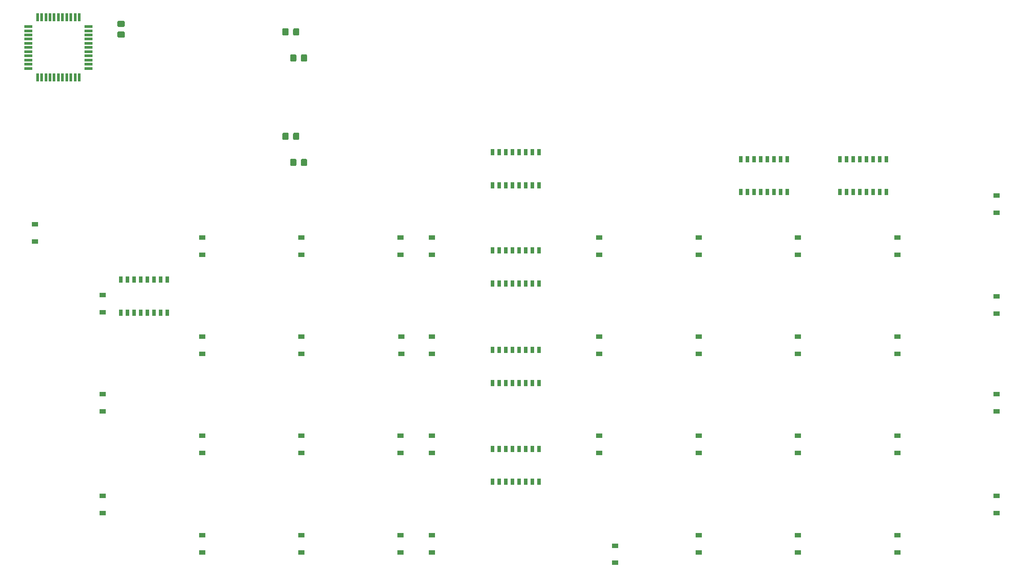
<source format=gbp>
G04 #@! TF.GenerationSoftware,KiCad,Pcbnew,(5.0.0)*
G04 #@! TF.CreationDate,2018-11-03T08:25:57+09:00*
G04 #@! TF.ProjectId,techinup_if,74656368696E75705F69662E6B696361,rev?*
G04 #@! TF.SameCoordinates,Original*
G04 #@! TF.FileFunction,Paste,Bot*
G04 #@! TF.FilePolarity,Positive*
%FSLAX46Y46*%
G04 Gerber Fmt 4.6, Leading zero omitted, Abs format (unit mm)*
G04 Created by KiCad (PCBNEW (5.0.0)) date 11/03/18 08:25:57*
%MOMM*%
%LPD*%
G01*
G04 APERTURE LIST*
%ADD10C,0.100000*%
%ADD11C,1.150000*%
%ADD12R,1.200000X0.900000*%
%ADD13R,0.600000X1.500000*%
%ADD14R,1.500000X0.600000*%
%ADD15R,0.800000X1.300000*%
G04 APERTURE END LIST*
D10*
G04 #@! TO.C,C8*
G36*
X84349505Y-71301204D02*
X84373773Y-71304804D01*
X84397572Y-71310765D01*
X84420671Y-71319030D01*
X84442850Y-71329520D01*
X84463893Y-71342132D01*
X84483599Y-71356747D01*
X84501777Y-71373223D01*
X84518253Y-71391401D01*
X84532868Y-71411107D01*
X84545480Y-71432150D01*
X84555970Y-71454329D01*
X84564235Y-71477428D01*
X84570196Y-71501227D01*
X84573796Y-71525495D01*
X84575000Y-71549999D01*
X84575000Y-72450001D01*
X84573796Y-72474505D01*
X84570196Y-72498773D01*
X84564235Y-72522572D01*
X84555970Y-72545671D01*
X84545480Y-72567850D01*
X84532868Y-72588893D01*
X84518253Y-72608599D01*
X84501777Y-72626777D01*
X84483599Y-72643253D01*
X84463893Y-72657868D01*
X84442850Y-72670480D01*
X84420671Y-72680970D01*
X84397572Y-72689235D01*
X84373773Y-72695196D01*
X84349505Y-72698796D01*
X84325001Y-72700000D01*
X83674999Y-72700000D01*
X83650495Y-72698796D01*
X83626227Y-72695196D01*
X83602428Y-72689235D01*
X83579329Y-72680970D01*
X83557150Y-72670480D01*
X83536107Y-72657868D01*
X83516401Y-72643253D01*
X83498223Y-72626777D01*
X83481747Y-72608599D01*
X83467132Y-72588893D01*
X83454520Y-72567850D01*
X83444030Y-72545671D01*
X83435765Y-72522572D01*
X83429804Y-72498773D01*
X83426204Y-72474505D01*
X83425000Y-72450001D01*
X83425000Y-71549999D01*
X83426204Y-71525495D01*
X83429804Y-71501227D01*
X83435765Y-71477428D01*
X83444030Y-71454329D01*
X83454520Y-71432150D01*
X83467132Y-71411107D01*
X83481747Y-71391401D01*
X83498223Y-71373223D01*
X83516401Y-71356747D01*
X83536107Y-71342132D01*
X83557150Y-71329520D01*
X83579329Y-71319030D01*
X83602428Y-71310765D01*
X83626227Y-71304804D01*
X83650495Y-71301204D01*
X83674999Y-71300000D01*
X84325001Y-71300000D01*
X84349505Y-71301204D01*
X84349505Y-71301204D01*
G37*
D11*
X84000000Y-72000000D03*
D10*
G36*
X82299505Y-71301204D02*
X82323773Y-71304804D01*
X82347572Y-71310765D01*
X82370671Y-71319030D01*
X82392850Y-71329520D01*
X82413893Y-71342132D01*
X82433599Y-71356747D01*
X82451777Y-71373223D01*
X82468253Y-71391401D01*
X82482868Y-71411107D01*
X82495480Y-71432150D01*
X82505970Y-71454329D01*
X82514235Y-71477428D01*
X82520196Y-71501227D01*
X82523796Y-71525495D01*
X82525000Y-71549999D01*
X82525000Y-72450001D01*
X82523796Y-72474505D01*
X82520196Y-72498773D01*
X82514235Y-72522572D01*
X82505970Y-72545671D01*
X82495480Y-72567850D01*
X82482868Y-72588893D01*
X82468253Y-72608599D01*
X82451777Y-72626777D01*
X82433599Y-72643253D01*
X82413893Y-72657868D01*
X82392850Y-72670480D01*
X82370671Y-72680970D01*
X82347572Y-72689235D01*
X82323773Y-72695196D01*
X82299505Y-72698796D01*
X82275001Y-72700000D01*
X81624999Y-72700000D01*
X81600495Y-72698796D01*
X81576227Y-72695196D01*
X81552428Y-72689235D01*
X81529329Y-72680970D01*
X81507150Y-72670480D01*
X81486107Y-72657868D01*
X81466401Y-72643253D01*
X81448223Y-72626777D01*
X81431747Y-72608599D01*
X81417132Y-72588893D01*
X81404520Y-72567850D01*
X81394030Y-72545671D01*
X81385765Y-72522572D01*
X81379804Y-72498773D01*
X81376204Y-72474505D01*
X81375000Y-72450001D01*
X81375000Y-71549999D01*
X81376204Y-71525495D01*
X81379804Y-71501227D01*
X81385765Y-71477428D01*
X81394030Y-71454329D01*
X81404520Y-71432150D01*
X81417132Y-71411107D01*
X81431747Y-71391401D01*
X81448223Y-71373223D01*
X81466401Y-71356747D01*
X81486107Y-71342132D01*
X81507150Y-71329520D01*
X81529329Y-71319030D01*
X81552428Y-71310765D01*
X81576227Y-71304804D01*
X81600495Y-71301204D01*
X81624999Y-71300000D01*
X82275001Y-71300000D01*
X82299505Y-71301204D01*
X82299505Y-71301204D01*
G37*
D11*
X81950000Y-72000000D03*
G04 #@! TD*
D10*
G04 #@! TO.C,C9*
G36*
X85849505Y-76301204D02*
X85873773Y-76304804D01*
X85897572Y-76310765D01*
X85920671Y-76319030D01*
X85942850Y-76329520D01*
X85963893Y-76342132D01*
X85983599Y-76356747D01*
X86001777Y-76373223D01*
X86018253Y-76391401D01*
X86032868Y-76411107D01*
X86045480Y-76432150D01*
X86055970Y-76454329D01*
X86064235Y-76477428D01*
X86070196Y-76501227D01*
X86073796Y-76525495D01*
X86075000Y-76549999D01*
X86075000Y-77450001D01*
X86073796Y-77474505D01*
X86070196Y-77498773D01*
X86064235Y-77522572D01*
X86055970Y-77545671D01*
X86045480Y-77567850D01*
X86032868Y-77588893D01*
X86018253Y-77608599D01*
X86001777Y-77626777D01*
X85983599Y-77643253D01*
X85963893Y-77657868D01*
X85942850Y-77670480D01*
X85920671Y-77680970D01*
X85897572Y-77689235D01*
X85873773Y-77695196D01*
X85849505Y-77698796D01*
X85825001Y-77700000D01*
X85174999Y-77700000D01*
X85150495Y-77698796D01*
X85126227Y-77695196D01*
X85102428Y-77689235D01*
X85079329Y-77680970D01*
X85057150Y-77670480D01*
X85036107Y-77657868D01*
X85016401Y-77643253D01*
X84998223Y-77626777D01*
X84981747Y-77608599D01*
X84967132Y-77588893D01*
X84954520Y-77567850D01*
X84944030Y-77545671D01*
X84935765Y-77522572D01*
X84929804Y-77498773D01*
X84926204Y-77474505D01*
X84925000Y-77450001D01*
X84925000Y-76549999D01*
X84926204Y-76525495D01*
X84929804Y-76501227D01*
X84935765Y-76477428D01*
X84944030Y-76454329D01*
X84954520Y-76432150D01*
X84967132Y-76411107D01*
X84981747Y-76391401D01*
X84998223Y-76373223D01*
X85016401Y-76356747D01*
X85036107Y-76342132D01*
X85057150Y-76329520D01*
X85079329Y-76319030D01*
X85102428Y-76310765D01*
X85126227Y-76304804D01*
X85150495Y-76301204D01*
X85174999Y-76300000D01*
X85825001Y-76300000D01*
X85849505Y-76301204D01*
X85849505Y-76301204D01*
G37*
D11*
X85500000Y-77000000D03*
D10*
G36*
X83799505Y-76301204D02*
X83823773Y-76304804D01*
X83847572Y-76310765D01*
X83870671Y-76319030D01*
X83892850Y-76329520D01*
X83913893Y-76342132D01*
X83933599Y-76356747D01*
X83951777Y-76373223D01*
X83968253Y-76391401D01*
X83982868Y-76411107D01*
X83995480Y-76432150D01*
X84005970Y-76454329D01*
X84014235Y-76477428D01*
X84020196Y-76501227D01*
X84023796Y-76525495D01*
X84025000Y-76549999D01*
X84025000Y-77450001D01*
X84023796Y-77474505D01*
X84020196Y-77498773D01*
X84014235Y-77522572D01*
X84005970Y-77545671D01*
X83995480Y-77567850D01*
X83982868Y-77588893D01*
X83968253Y-77608599D01*
X83951777Y-77626777D01*
X83933599Y-77643253D01*
X83913893Y-77657868D01*
X83892850Y-77670480D01*
X83870671Y-77680970D01*
X83847572Y-77689235D01*
X83823773Y-77695196D01*
X83799505Y-77698796D01*
X83775001Y-77700000D01*
X83124999Y-77700000D01*
X83100495Y-77698796D01*
X83076227Y-77695196D01*
X83052428Y-77689235D01*
X83029329Y-77680970D01*
X83007150Y-77670480D01*
X82986107Y-77657868D01*
X82966401Y-77643253D01*
X82948223Y-77626777D01*
X82931747Y-77608599D01*
X82917132Y-77588893D01*
X82904520Y-77567850D01*
X82894030Y-77545671D01*
X82885765Y-77522572D01*
X82879804Y-77498773D01*
X82876204Y-77474505D01*
X82875000Y-77450001D01*
X82875000Y-76549999D01*
X82876204Y-76525495D01*
X82879804Y-76501227D01*
X82885765Y-76477428D01*
X82894030Y-76454329D01*
X82904520Y-76432150D01*
X82917132Y-76411107D01*
X82931747Y-76391401D01*
X82948223Y-76373223D01*
X82966401Y-76356747D01*
X82986107Y-76342132D01*
X83007150Y-76329520D01*
X83029329Y-76319030D01*
X83052428Y-76310765D01*
X83076227Y-76304804D01*
X83100495Y-76301204D01*
X83124999Y-76300000D01*
X83775001Y-76300000D01*
X83799505Y-76301204D01*
X83799505Y-76301204D01*
G37*
D11*
X83450000Y-77000000D03*
G04 #@! TD*
D10*
G04 #@! TO.C,C10*
G36*
X84349505Y-91301204D02*
X84373773Y-91304804D01*
X84397572Y-91310765D01*
X84420671Y-91319030D01*
X84442850Y-91329520D01*
X84463893Y-91342132D01*
X84483599Y-91356747D01*
X84501777Y-91373223D01*
X84518253Y-91391401D01*
X84532868Y-91411107D01*
X84545480Y-91432150D01*
X84555970Y-91454329D01*
X84564235Y-91477428D01*
X84570196Y-91501227D01*
X84573796Y-91525495D01*
X84575000Y-91549999D01*
X84575000Y-92450001D01*
X84573796Y-92474505D01*
X84570196Y-92498773D01*
X84564235Y-92522572D01*
X84555970Y-92545671D01*
X84545480Y-92567850D01*
X84532868Y-92588893D01*
X84518253Y-92608599D01*
X84501777Y-92626777D01*
X84483599Y-92643253D01*
X84463893Y-92657868D01*
X84442850Y-92670480D01*
X84420671Y-92680970D01*
X84397572Y-92689235D01*
X84373773Y-92695196D01*
X84349505Y-92698796D01*
X84325001Y-92700000D01*
X83674999Y-92700000D01*
X83650495Y-92698796D01*
X83626227Y-92695196D01*
X83602428Y-92689235D01*
X83579329Y-92680970D01*
X83557150Y-92670480D01*
X83536107Y-92657868D01*
X83516401Y-92643253D01*
X83498223Y-92626777D01*
X83481747Y-92608599D01*
X83467132Y-92588893D01*
X83454520Y-92567850D01*
X83444030Y-92545671D01*
X83435765Y-92522572D01*
X83429804Y-92498773D01*
X83426204Y-92474505D01*
X83425000Y-92450001D01*
X83425000Y-91549999D01*
X83426204Y-91525495D01*
X83429804Y-91501227D01*
X83435765Y-91477428D01*
X83444030Y-91454329D01*
X83454520Y-91432150D01*
X83467132Y-91411107D01*
X83481747Y-91391401D01*
X83498223Y-91373223D01*
X83516401Y-91356747D01*
X83536107Y-91342132D01*
X83557150Y-91329520D01*
X83579329Y-91319030D01*
X83602428Y-91310765D01*
X83626227Y-91304804D01*
X83650495Y-91301204D01*
X83674999Y-91300000D01*
X84325001Y-91300000D01*
X84349505Y-91301204D01*
X84349505Y-91301204D01*
G37*
D11*
X84000000Y-92000000D03*
D10*
G36*
X82299505Y-91301204D02*
X82323773Y-91304804D01*
X82347572Y-91310765D01*
X82370671Y-91319030D01*
X82392850Y-91329520D01*
X82413893Y-91342132D01*
X82433599Y-91356747D01*
X82451777Y-91373223D01*
X82468253Y-91391401D01*
X82482868Y-91411107D01*
X82495480Y-91432150D01*
X82505970Y-91454329D01*
X82514235Y-91477428D01*
X82520196Y-91501227D01*
X82523796Y-91525495D01*
X82525000Y-91549999D01*
X82525000Y-92450001D01*
X82523796Y-92474505D01*
X82520196Y-92498773D01*
X82514235Y-92522572D01*
X82505970Y-92545671D01*
X82495480Y-92567850D01*
X82482868Y-92588893D01*
X82468253Y-92608599D01*
X82451777Y-92626777D01*
X82433599Y-92643253D01*
X82413893Y-92657868D01*
X82392850Y-92670480D01*
X82370671Y-92680970D01*
X82347572Y-92689235D01*
X82323773Y-92695196D01*
X82299505Y-92698796D01*
X82275001Y-92700000D01*
X81624999Y-92700000D01*
X81600495Y-92698796D01*
X81576227Y-92695196D01*
X81552428Y-92689235D01*
X81529329Y-92680970D01*
X81507150Y-92670480D01*
X81486107Y-92657868D01*
X81466401Y-92643253D01*
X81448223Y-92626777D01*
X81431747Y-92608599D01*
X81417132Y-92588893D01*
X81404520Y-92567850D01*
X81394030Y-92545671D01*
X81385765Y-92522572D01*
X81379804Y-92498773D01*
X81376204Y-92474505D01*
X81375000Y-92450001D01*
X81375000Y-91549999D01*
X81376204Y-91525495D01*
X81379804Y-91501227D01*
X81385765Y-91477428D01*
X81394030Y-91454329D01*
X81404520Y-91432150D01*
X81417132Y-91411107D01*
X81431747Y-91391401D01*
X81448223Y-91373223D01*
X81466401Y-91356747D01*
X81486107Y-91342132D01*
X81507150Y-91329520D01*
X81529329Y-91319030D01*
X81552428Y-91310765D01*
X81576227Y-91304804D01*
X81600495Y-91301204D01*
X81624999Y-91300000D01*
X82275001Y-91300000D01*
X82299505Y-91301204D01*
X82299505Y-91301204D01*
G37*
D11*
X81950000Y-92000000D03*
G04 #@! TD*
D10*
G04 #@! TO.C,C11*
G36*
X85849505Y-96301204D02*
X85873773Y-96304804D01*
X85897572Y-96310765D01*
X85920671Y-96319030D01*
X85942850Y-96329520D01*
X85963893Y-96342132D01*
X85983599Y-96356747D01*
X86001777Y-96373223D01*
X86018253Y-96391401D01*
X86032868Y-96411107D01*
X86045480Y-96432150D01*
X86055970Y-96454329D01*
X86064235Y-96477428D01*
X86070196Y-96501227D01*
X86073796Y-96525495D01*
X86075000Y-96549999D01*
X86075000Y-97450001D01*
X86073796Y-97474505D01*
X86070196Y-97498773D01*
X86064235Y-97522572D01*
X86055970Y-97545671D01*
X86045480Y-97567850D01*
X86032868Y-97588893D01*
X86018253Y-97608599D01*
X86001777Y-97626777D01*
X85983599Y-97643253D01*
X85963893Y-97657868D01*
X85942850Y-97670480D01*
X85920671Y-97680970D01*
X85897572Y-97689235D01*
X85873773Y-97695196D01*
X85849505Y-97698796D01*
X85825001Y-97700000D01*
X85174999Y-97700000D01*
X85150495Y-97698796D01*
X85126227Y-97695196D01*
X85102428Y-97689235D01*
X85079329Y-97680970D01*
X85057150Y-97670480D01*
X85036107Y-97657868D01*
X85016401Y-97643253D01*
X84998223Y-97626777D01*
X84981747Y-97608599D01*
X84967132Y-97588893D01*
X84954520Y-97567850D01*
X84944030Y-97545671D01*
X84935765Y-97522572D01*
X84929804Y-97498773D01*
X84926204Y-97474505D01*
X84925000Y-97450001D01*
X84925000Y-96549999D01*
X84926204Y-96525495D01*
X84929804Y-96501227D01*
X84935765Y-96477428D01*
X84944030Y-96454329D01*
X84954520Y-96432150D01*
X84967132Y-96411107D01*
X84981747Y-96391401D01*
X84998223Y-96373223D01*
X85016401Y-96356747D01*
X85036107Y-96342132D01*
X85057150Y-96329520D01*
X85079329Y-96319030D01*
X85102428Y-96310765D01*
X85126227Y-96304804D01*
X85150495Y-96301204D01*
X85174999Y-96300000D01*
X85825001Y-96300000D01*
X85849505Y-96301204D01*
X85849505Y-96301204D01*
G37*
D11*
X85500000Y-97000000D03*
D10*
G36*
X83799505Y-96301204D02*
X83823773Y-96304804D01*
X83847572Y-96310765D01*
X83870671Y-96319030D01*
X83892850Y-96329520D01*
X83913893Y-96342132D01*
X83933599Y-96356747D01*
X83951777Y-96373223D01*
X83968253Y-96391401D01*
X83982868Y-96411107D01*
X83995480Y-96432150D01*
X84005970Y-96454329D01*
X84014235Y-96477428D01*
X84020196Y-96501227D01*
X84023796Y-96525495D01*
X84025000Y-96549999D01*
X84025000Y-97450001D01*
X84023796Y-97474505D01*
X84020196Y-97498773D01*
X84014235Y-97522572D01*
X84005970Y-97545671D01*
X83995480Y-97567850D01*
X83982868Y-97588893D01*
X83968253Y-97608599D01*
X83951777Y-97626777D01*
X83933599Y-97643253D01*
X83913893Y-97657868D01*
X83892850Y-97670480D01*
X83870671Y-97680970D01*
X83847572Y-97689235D01*
X83823773Y-97695196D01*
X83799505Y-97698796D01*
X83775001Y-97700000D01*
X83124999Y-97700000D01*
X83100495Y-97698796D01*
X83076227Y-97695196D01*
X83052428Y-97689235D01*
X83029329Y-97680970D01*
X83007150Y-97670480D01*
X82986107Y-97657868D01*
X82966401Y-97643253D01*
X82948223Y-97626777D01*
X82931747Y-97608599D01*
X82917132Y-97588893D01*
X82904520Y-97567850D01*
X82894030Y-97545671D01*
X82885765Y-97522572D01*
X82879804Y-97498773D01*
X82876204Y-97474505D01*
X82875000Y-97450001D01*
X82875000Y-96549999D01*
X82876204Y-96525495D01*
X82879804Y-96501227D01*
X82885765Y-96477428D01*
X82894030Y-96454329D01*
X82904520Y-96432150D01*
X82917132Y-96411107D01*
X82931747Y-96391401D01*
X82948223Y-96373223D01*
X82966401Y-96356747D01*
X82986107Y-96342132D01*
X83007150Y-96329520D01*
X83029329Y-96319030D01*
X83052428Y-96310765D01*
X83076227Y-96304804D01*
X83100495Y-96301204D01*
X83124999Y-96300000D01*
X83775001Y-96300000D01*
X83799505Y-96301204D01*
X83799505Y-96301204D01*
G37*
D11*
X83450000Y-97000000D03*
G04 #@! TD*
D10*
G04 #@! TO.C,C14*
G36*
X50974505Y-69901204D02*
X50998773Y-69904804D01*
X51022572Y-69910765D01*
X51045671Y-69919030D01*
X51067850Y-69929520D01*
X51088893Y-69942132D01*
X51108599Y-69956747D01*
X51126777Y-69973223D01*
X51143253Y-69991401D01*
X51157868Y-70011107D01*
X51170480Y-70032150D01*
X51180970Y-70054329D01*
X51189235Y-70077428D01*
X51195196Y-70101227D01*
X51198796Y-70125495D01*
X51200000Y-70149999D01*
X51200000Y-70800001D01*
X51198796Y-70824505D01*
X51195196Y-70848773D01*
X51189235Y-70872572D01*
X51180970Y-70895671D01*
X51170480Y-70917850D01*
X51157868Y-70938893D01*
X51143253Y-70958599D01*
X51126777Y-70976777D01*
X51108599Y-70993253D01*
X51088893Y-71007868D01*
X51067850Y-71020480D01*
X51045671Y-71030970D01*
X51022572Y-71039235D01*
X50998773Y-71045196D01*
X50974505Y-71048796D01*
X50950001Y-71050000D01*
X50049999Y-71050000D01*
X50025495Y-71048796D01*
X50001227Y-71045196D01*
X49977428Y-71039235D01*
X49954329Y-71030970D01*
X49932150Y-71020480D01*
X49911107Y-71007868D01*
X49891401Y-70993253D01*
X49873223Y-70976777D01*
X49856747Y-70958599D01*
X49842132Y-70938893D01*
X49829520Y-70917850D01*
X49819030Y-70895671D01*
X49810765Y-70872572D01*
X49804804Y-70848773D01*
X49801204Y-70824505D01*
X49800000Y-70800001D01*
X49800000Y-70149999D01*
X49801204Y-70125495D01*
X49804804Y-70101227D01*
X49810765Y-70077428D01*
X49819030Y-70054329D01*
X49829520Y-70032150D01*
X49842132Y-70011107D01*
X49856747Y-69991401D01*
X49873223Y-69973223D01*
X49891401Y-69956747D01*
X49911107Y-69942132D01*
X49932150Y-69929520D01*
X49954329Y-69919030D01*
X49977428Y-69910765D01*
X50001227Y-69904804D01*
X50025495Y-69901204D01*
X50049999Y-69900000D01*
X50950001Y-69900000D01*
X50974505Y-69901204D01*
X50974505Y-69901204D01*
G37*
D11*
X50500000Y-70475000D03*
D10*
G36*
X50974505Y-71951204D02*
X50998773Y-71954804D01*
X51022572Y-71960765D01*
X51045671Y-71969030D01*
X51067850Y-71979520D01*
X51088893Y-71992132D01*
X51108599Y-72006747D01*
X51126777Y-72023223D01*
X51143253Y-72041401D01*
X51157868Y-72061107D01*
X51170480Y-72082150D01*
X51180970Y-72104329D01*
X51189235Y-72127428D01*
X51195196Y-72151227D01*
X51198796Y-72175495D01*
X51200000Y-72199999D01*
X51200000Y-72850001D01*
X51198796Y-72874505D01*
X51195196Y-72898773D01*
X51189235Y-72922572D01*
X51180970Y-72945671D01*
X51170480Y-72967850D01*
X51157868Y-72988893D01*
X51143253Y-73008599D01*
X51126777Y-73026777D01*
X51108599Y-73043253D01*
X51088893Y-73057868D01*
X51067850Y-73070480D01*
X51045671Y-73080970D01*
X51022572Y-73089235D01*
X50998773Y-73095196D01*
X50974505Y-73098796D01*
X50950001Y-73100000D01*
X50049999Y-73100000D01*
X50025495Y-73098796D01*
X50001227Y-73095196D01*
X49977428Y-73089235D01*
X49954329Y-73080970D01*
X49932150Y-73070480D01*
X49911107Y-73057868D01*
X49891401Y-73043253D01*
X49873223Y-73026777D01*
X49856747Y-73008599D01*
X49842132Y-72988893D01*
X49829520Y-72967850D01*
X49819030Y-72945671D01*
X49810765Y-72922572D01*
X49804804Y-72898773D01*
X49801204Y-72874505D01*
X49800000Y-72850001D01*
X49800000Y-72199999D01*
X49801204Y-72175495D01*
X49804804Y-72151227D01*
X49810765Y-72127428D01*
X49819030Y-72104329D01*
X49829520Y-72082150D01*
X49842132Y-72061107D01*
X49856747Y-72041401D01*
X49873223Y-72023223D01*
X49891401Y-72006747D01*
X49911107Y-71992132D01*
X49932150Y-71979520D01*
X49954329Y-71969030D01*
X49977428Y-71960765D01*
X50001227Y-71954804D01*
X50025495Y-71951204D01*
X50049999Y-71950000D01*
X50950001Y-71950000D01*
X50974505Y-71951204D01*
X50974505Y-71951204D01*
G37*
D11*
X50500000Y-72525000D03*
G04 #@! TD*
D12*
G04 #@! TO.C,D1*
X34000000Y-108850000D03*
X34000000Y-112150000D03*
G04 #@! TD*
G04 #@! TO.C,D2*
X66000000Y-111350000D03*
X66000000Y-114650000D03*
G04 #@! TD*
G04 #@! TO.C,D3*
X85000000Y-111350000D03*
X85000000Y-114650000D03*
G04 #@! TD*
G04 #@! TO.C,D4*
X104000000Y-111350000D03*
X104000000Y-114650000D03*
G04 #@! TD*
G04 #@! TO.C,D5*
X110000000Y-111350000D03*
X110000000Y-114650000D03*
G04 #@! TD*
G04 #@! TO.C,D6*
X142000000Y-111350000D03*
X142000000Y-114650000D03*
G04 #@! TD*
G04 #@! TO.C,D7*
X161000000Y-111350000D03*
X161000000Y-114650000D03*
G04 #@! TD*
G04 #@! TO.C,D8*
X180000000Y-111350000D03*
X180000000Y-114650000D03*
G04 #@! TD*
G04 #@! TO.C,D9*
X199000000Y-111350000D03*
X199000000Y-114650000D03*
G04 #@! TD*
G04 #@! TO.C,D10*
X218000000Y-103350000D03*
X218000000Y-106650000D03*
G04 #@! TD*
G04 #@! TO.C,D11*
X47000000Y-122350000D03*
X47000000Y-125650000D03*
G04 #@! TD*
G04 #@! TO.C,D12*
X66000000Y-130350000D03*
X66000000Y-133650000D03*
G04 #@! TD*
G04 #@! TO.C,D13*
X85000000Y-130350000D03*
X85000000Y-133650000D03*
G04 #@! TD*
G04 #@! TO.C,D14*
X104168000Y-130350000D03*
X104168000Y-133650000D03*
G04 #@! TD*
G04 #@! TO.C,D15*
X110000000Y-130350000D03*
X110000000Y-133650000D03*
G04 #@! TD*
G04 #@! TO.C,D16*
X142000000Y-130350000D03*
X142000000Y-133650000D03*
G04 #@! TD*
G04 #@! TO.C,D17*
X161000000Y-130350000D03*
X161000000Y-133650000D03*
G04 #@! TD*
G04 #@! TO.C,D18*
X180000000Y-130350000D03*
X180000000Y-133650000D03*
G04 #@! TD*
G04 #@! TO.C,D19*
X199000000Y-130350000D03*
X199000000Y-133650000D03*
G04 #@! TD*
G04 #@! TO.C,D20*
X218000000Y-122675000D03*
X218000000Y-125975000D03*
G04 #@! TD*
G04 #@! TO.C,D21*
X47000000Y-141350000D03*
X47000000Y-144650000D03*
G04 #@! TD*
G04 #@! TO.C,D22*
X66000000Y-149350000D03*
X66000000Y-152650000D03*
G04 #@! TD*
G04 #@! TO.C,D23*
X85000000Y-149350000D03*
X85000000Y-152650000D03*
G04 #@! TD*
G04 #@! TO.C,D24*
X104000000Y-149350000D03*
X104000000Y-152650000D03*
G04 #@! TD*
G04 #@! TO.C,D25*
X110000000Y-149350000D03*
X110000000Y-152650000D03*
G04 #@! TD*
G04 #@! TO.C,D26*
X142000000Y-149350000D03*
X142000000Y-152650000D03*
G04 #@! TD*
G04 #@! TO.C,D27*
X161000000Y-149350000D03*
X161000000Y-152650000D03*
G04 #@! TD*
G04 #@! TO.C,D28*
X180000000Y-149350000D03*
X180000000Y-152650000D03*
G04 #@! TD*
G04 #@! TO.C,D29*
X199000000Y-149350000D03*
X199000000Y-152650000D03*
G04 #@! TD*
G04 #@! TO.C,D30*
X218000000Y-141350000D03*
X218000000Y-144650000D03*
G04 #@! TD*
G04 #@! TO.C,D31*
X47000000Y-160850000D03*
X47000000Y-164150000D03*
G04 #@! TD*
G04 #@! TO.C,D32*
X66000000Y-168350000D03*
X66000000Y-171650000D03*
G04 #@! TD*
G04 #@! TO.C,D33*
X85000000Y-168350000D03*
X85000000Y-171650000D03*
G04 #@! TD*
G04 #@! TO.C,D34*
X104000000Y-168350000D03*
X104000000Y-171650000D03*
G04 #@! TD*
G04 #@! TO.C,D35*
X110000000Y-168350000D03*
X110000000Y-171650000D03*
G04 #@! TD*
G04 #@! TO.C,D36*
X145000000Y-170350000D03*
X145000000Y-173650000D03*
G04 #@! TD*
G04 #@! TO.C,D37*
X161000000Y-168350000D03*
X161000000Y-171650000D03*
G04 #@! TD*
G04 #@! TO.C,D38*
X180000000Y-168350000D03*
X180000000Y-171650000D03*
G04 #@! TD*
G04 #@! TO.C,D39*
X199000000Y-168350000D03*
X199000000Y-171650000D03*
G04 #@! TD*
G04 #@! TO.C,D40*
X218000000Y-160850000D03*
X218000000Y-164150000D03*
G04 #@! TD*
D13*
G04 #@! TO.C,IC1*
X34500000Y-80750000D03*
X35300000Y-80750000D03*
X36100000Y-80750000D03*
X36900000Y-80750000D03*
X37700000Y-80750000D03*
X38500000Y-80750000D03*
X39300000Y-80750000D03*
X40100000Y-80750000D03*
X40900000Y-80750000D03*
X41700000Y-80750000D03*
X42500000Y-80750000D03*
D14*
X44250000Y-79000000D03*
X44250000Y-78200000D03*
X44250000Y-77400000D03*
X44250000Y-76600000D03*
X44250000Y-75800000D03*
X44250000Y-75000000D03*
X44250000Y-74200000D03*
X44250000Y-73400000D03*
X44250000Y-72600000D03*
X44250000Y-71800000D03*
X44250000Y-71000000D03*
D13*
X42500000Y-69250000D03*
X41700000Y-69250000D03*
X40900000Y-69250000D03*
X40100000Y-69250000D03*
X39300000Y-69250000D03*
X38500000Y-69250000D03*
X37700000Y-69250000D03*
X36900000Y-69250000D03*
X36100000Y-69250000D03*
X35300000Y-69250000D03*
X34500000Y-69250000D03*
D14*
X32750000Y-71000000D03*
X32750000Y-71800000D03*
X32750000Y-72600000D03*
X32750000Y-73400000D03*
X32750000Y-74200000D03*
X32750000Y-75000000D03*
X32750000Y-75800000D03*
X32750000Y-76600000D03*
X32750000Y-77400000D03*
X32750000Y-78200000D03*
X32750000Y-79000000D03*
G04 #@! TD*
D15*
G04 #@! TO.C,U1*
X188050000Y-102650000D03*
X189330000Y-102650000D03*
X190590000Y-102650000D03*
X191860000Y-102650000D03*
X193140000Y-102650000D03*
X194410000Y-102650000D03*
X195670000Y-102650000D03*
X196950000Y-102650000D03*
X196950000Y-96350000D03*
X195670000Y-96350000D03*
X194410000Y-96350000D03*
X193140000Y-96350000D03*
X191860000Y-96350000D03*
X190590000Y-96350000D03*
X189330000Y-96350000D03*
X188050000Y-96350000D03*
G04 #@! TD*
G04 #@! TO.C,U4*
X50442000Y-125746000D03*
X51722000Y-125746000D03*
X52982000Y-125746000D03*
X54252000Y-125746000D03*
X55532000Y-125746000D03*
X56802000Y-125746000D03*
X58062000Y-125746000D03*
X59342000Y-125746000D03*
X59342000Y-119446000D03*
X58062000Y-119446000D03*
X56802000Y-119446000D03*
X55532000Y-119446000D03*
X54252000Y-119446000D03*
X52982000Y-119446000D03*
X51722000Y-119446000D03*
X50442000Y-119446000D03*
G04 #@! TD*
G04 #@! TO.C,U5*
X121562000Y-95062000D03*
X122842000Y-95062000D03*
X124102000Y-95062000D03*
X125372000Y-95062000D03*
X126652000Y-95062000D03*
X127922000Y-95062000D03*
X129182000Y-95062000D03*
X130462000Y-95062000D03*
X130462000Y-101362000D03*
X129182000Y-101362000D03*
X127922000Y-101362000D03*
X126652000Y-101362000D03*
X125372000Y-101362000D03*
X124102000Y-101362000D03*
X122842000Y-101362000D03*
X121562000Y-101362000D03*
G04 #@! TD*
G04 #@! TO.C,U6*
X121562000Y-120158000D03*
X122842000Y-120158000D03*
X124102000Y-120158000D03*
X125372000Y-120158000D03*
X126652000Y-120158000D03*
X127922000Y-120158000D03*
X129182000Y-120158000D03*
X130462000Y-120158000D03*
X130462000Y-113858000D03*
X129182000Y-113858000D03*
X127922000Y-113858000D03*
X126652000Y-113858000D03*
X125372000Y-113858000D03*
X124102000Y-113858000D03*
X122842000Y-113858000D03*
X121562000Y-113858000D03*
G04 #@! TD*
G04 #@! TO.C,U7*
X121562000Y-132908000D03*
X122842000Y-132908000D03*
X124102000Y-132908000D03*
X125372000Y-132908000D03*
X126652000Y-132908000D03*
X127922000Y-132908000D03*
X129182000Y-132908000D03*
X130462000Y-132908000D03*
X130462000Y-139208000D03*
X129182000Y-139208000D03*
X127922000Y-139208000D03*
X126652000Y-139208000D03*
X125372000Y-139208000D03*
X124102000Y-139208000D03*
X122842000Y-139208000D03*
X121562000Y-139208000D03*
G04 #@! TD*
G04 #@! TO.C,U8*
X121550000Y-151850000D03*
X122830000Y-151850000D03*
X124090000Y-151850000D03*
X125360000Y-151850000D03*
X126640000Y-151850000D03*
X127910000Y-151850000D03*
X129170000Y-151850000D03*
X130450000Y-151850000D03*
X130450000Y-158150000D03*
X129170000Y-158150000D03*
X127910000Y-158150000D03*
X126640000Y-158150000D03*
X125360000Y-158150000D03*
X124090000Y-158150000D03*
X122830000Y-158150000D03*
X121550000Y-158150000D03*
G04 #@! TD*
G04 #@! TO.C,U10*
X169050000Y-96350000D03*
X170330000Y-96350000D03*
X171590000Y-96350000D03*
X172860000Y-96350000D03*
X174140000Y-96350000D03*
X175410000Y-96350000D03*
X176670000Y-96350000D03*
X177950000Y-96350000D03*
X177950000Y-102650000D03*
X176670000Y-102650000D03*
X175410000Y-102650000D03*
X174140000Y-102650000D03*
X172860000Y-102650000D03*
X171590000Y-102650000D03*
X170330000Y-102650000D03*
X169050000Y-102650000D03*
G04 #@! TD*
M02*

</source>
